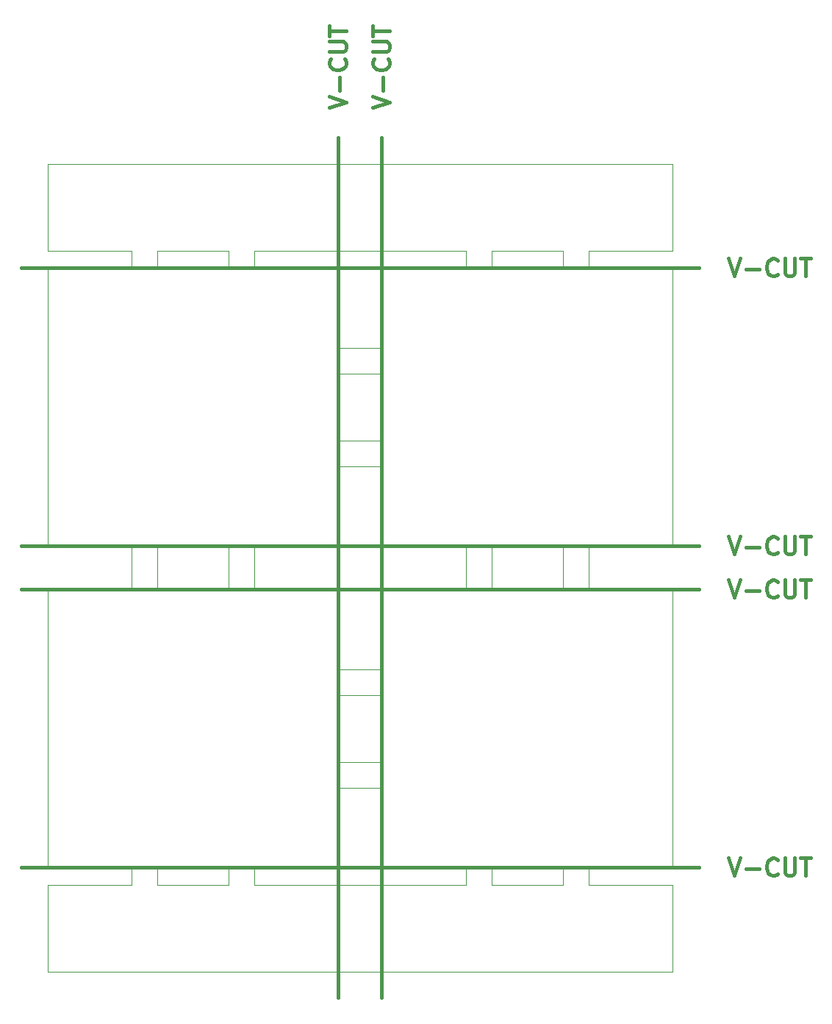
<source format=gm1>
G04 #@! TF.GenerationSoftware,KiCad,Pcbnew,6.0.4-6f826c9f35~116~ubuntu20.04.1*
G04 #@! TF.CreationDate,2022-04-01T21:21:36+11:00*
G04 #@! TF.ProjectId,panel,70616e65-6c2e-46b6-9963-61645f706362,rev?*
G04 #@! TF.SameCoordinates,Original*
G04 #@! TF.FileFunction,Profile,NP*
%FSLAX46Y46*%
G04 Gerber Fmt 4.6, Leading zero omitted, Abs format (unit mm)*
G04 Created by KiCad (PCBNEW 6.0.4-6f826c9f35~116~ubuntu20.04.1) date 2022-04-01 21:21:36*
%MOMM*%
%LPD*%
G01*
G04 APERTURE LIST*
G04 #@! TA.AperFunction,Profile*
%ADD10C,0.400000*%
G04 #@! TD*
G04 #@! TA.AperFunction,Profile*
%ADD11C,0.100000*%
G04 #@! TD*
%ADD12C,0.400000*%
G04 APERTURE END LIST*
D10*
X30249000Y-103000000D02*
X108251000Y-103000000D01*
X71750000Y-19002000D02*
X71750000Y-117998000D01*
X30249000Y-66000000D02*
X108251000Y-66000000D01*
X30249000Y-34000000D02*
X108251000Y-34000000D01*
X66750000Y-19002000D02*
X66750000Y-117998000D01*
X30249000Y-71000000D02*
X108251000Y-71000000D01*
D11*
X45917000Y-33999000D02*
X45917000Y-32002000D01*
X42917000Y-103001000D02*
X42917000Y-104998000D01*
X71749226Y-33999365D02*
X71749000Y-43167000D01*
X95583000Y-104998000D02*
X95583000Y-103001000D01*
X81417000Y-70999000D02*
X71749168Y-70999444D01*
X81417000Y-104998000D02*
X57083000Y-104998000D01*
X105251000Y-104998000D02*
X95583000Y-104998000D01*
X84417000Y-66001000D02*
X92583000Y-66001000D01*
X84417000Y-103001000D02*
X92583000Y-103001000D01*
X92583000Y-32002000D02*
X92583000Y-33999000D01*
X92583000Y-68500000D02*
X92583000Y-70999000D01*
X95583000Y-103001000D02*
X105250995Y-103000098D01*
X92583000Y-33999000D02*
X84417000Y-33999000D01*
X45917000Y-104998000D02*
X45917000Y-103001000D01*
X71749444Y-66000831D02*
X81417000Y-66001000D01*
X71749000Y-53833000D02*
X66751000Y-53833000D01*
X33249000Y-22002000D02*
X33249000Y-32002000D01*
X105251000Y-22002000D02*
X33249000Y-22002000D01*
X33249043Y-66000290D02*
X42917000Y-66001000D01*
X71749000Y-80167000D02*
X66751000Y-80167000D01*
X66751000Y-43167000D02*
X66750555Y-33999168D01*
X81417000Y-33999000D02*
X71749226Y-33999365D01*
X84417000Y-32002000D02*
X92583000Y-32002000D01*
X42917000Y-70999000D02*
X33249043Y-70999709D01*
X95583000Y-33999000D02*
X95583000Y-32002000D01*
X33249004Y-103000098D02*
X42917000Y-103001000D01*
X71749000Y-46167000D02*
X71749000Y-53833000D01*
X105250956Y-70999709D02*
X95583000Y-70999000D01*
X71749000Y-83167000D02*
X71749000Y-90833000D01*
X45917000Y-66001000D02*
X54083000Y-66001000D01*
X92583000Y-70999000D02*
X84417000Y-70999000D01*
X33249000Y-104998000D02*
X33249000Y-114998000D01*
X66751000Y-53833000D02*
X66751000Y-46167000D01*
X66751000Y-83167000D02*
X71749000Y-83167000D01*
X71749226Y-103000634D02*
X81417000Y-103001000D01*
X71749000Y-93833000D02*
X71749226Y-103000634D01*
X42917000Y-33999000D02*
X33249004Y-33999901D01*
X57083000Y-70999000D02*
X57083000Y-66001000D01*
X66750980Y-70999804D02*
X57083000Y-70999000D01*
X66751000Y-80167000D02*
X66750980Y-70999804D01*
X66751000Y-56833000D02*
X71749000Y-56833000D01*
X45917000Y-70999000D02*
X45917000Y-66001000D01*
X57083000Y-104998000D02*
X57083000Y-103001000D01*
X66750000Y-103001000D02*
X66751000Y-93833000D01*
X54083000Y-33999000D02*
X45917000Y-33999000D01*
X71749000Y-90833000D02*
X66751000Y-90833000D01*
X54083000Y-103001000D02*
X54083000Y-104998000D01*
X33249000Y-32002000D02*
X42917000Y-32002000D01*
X54083000Y-32002000D02*
X54083000Y-33999000D01*
X81417000Y-32002000D02*
X81417000Y-33999000D01*
X42917000Y-66001000D02*
X42917000Y-70999000D01*
X105250995Y-103000098D02*
X105250956Y-70999709D01*
X95583000Y-32002000D02*
X105251000Y-32002000D01*
X66750555Y-33999168D02*
X57083000Y-33999000D01*
X54083000Y-70999000D02*
X45917000Y-70999000D01*
X92583000Y-104998000D02*
X84417000Y-104998000D01*
X84417000Y-70999000D02*
X84417000Y-66001000D01*
X95583000Y-70999000D02*
X95583000Y-66001000D01*
X105251000Y-114998000D02*
X105251000Y-104998000D01*
X105250995Y-33999901D02*
X95583000Y-33999000D01*
X84417000Y-104998000D02*
X84417000Y-103001000D01*
X71749000Y-56833000D02*
X71749444Y-66000831D01*
X45917000Y-32002000D02*
X54083000Y-32002000D01*
X66751000Y-46167000D02*
X71749000Y-46167000D01*
X57083000Y-66001000D02*
X66750707Y-66000707D01*
X71749168Y-70999444D02*
X71749000Y-80167000D01*
X66751000Y-90833000D02*
X66751000Y-83167000D01*
X105251000Y-32002000D02*
X105251000Y-22002000D01*
X42917000Y-32002000D02*
X42917000Y-33999000D01*
X95583000Y-66001000D02*
X105250956Y-66000290D01*
X92583000Y-66001000D02*
X92583000Y-68500000D01*
X57083000Y-103001000D02*
X66750000Y-103001000D01*
X33249043Y-70999709D02*
X33249004Y-103000098D01*
X33249000Y-114998000D02*
X105251000Y-114998000D01*
X84417000Y-33999000D02*
X84417000Y-32002000D01*
X66750707Y-66000707D02*
X66751000Y-56833000D01*
X33249004Y-33999901D02*
X33249043Y-66000290D01*
X105250956Y-66000290D02*
X105250995Y-33999901D01*
X54083000Y-66001000D02*
X54083000Y-70999000D01*
X81417000Y-66001000D02*
X81417000Y-70999000D01*
X81417000Y-103001000D02*
X81417000Y-104998000D01*
X54083000Y-104998000D02*
X45917000Y-104998000D01*
X57083000Y-32002000D02*
X81417000Y-32002000D01*
X66751000Y-93833000D02*
X71749000Y-93833000D01*
X42917000Y-104998000D02*
X33249000Y-104998000D01*
X92583000Y-103001000D02*
X92583000Y-104998000D01*
X57083000Y-33999000D02*
X57083000Y-32002000D01*
X71749000Y-43167000D02*
X66751000Y-43167000D01*
X45917000Y-103001000D02*
X54083000Y-103001000D01*
D12*
X111701476Y-64904761D02*
X112368142Y-66904761D01*
X113034809Y-64904761D01*
X113701476Y-66142857D02*
X115225285Y-66142857D01*
X117320523Y-66714285D02*
X117225285Y-66809523D01*
X116939571Y-66904761D01*
X116749095Y-66904761D01*
X116463380Y-66809523D01*
X116272904Y-66619047D01*
X116177666Y-66428571D01*
X116082428Y-66047619D01*
X116082428Y-65761904D01*
X116177666Y-65380952D01*
X116272904Y-65190476D01*
X116463380Y-65000000D01*
X116749095Y-64904761D01*
X116939571Y-64904761D01*
X117225285Y-65000000D01*
X117320523Y-65095238D01*
X118177666Y-64904761D02*
X118177666Y-66523809D01*
X118272904Y-66714285D01*
X118368142Y-66809523D01*
X118558619Y-66904761D01*
X118939571Y-66904761D01*
X119130047Y-66809523D01*
X119225285Y-66714285D01*
X119320523Y-66523809D01*
X119320523Y-64904761D01*
X119987190Y-64904761D02*
X121130047Y-64904761D01*
X120558619Y-66904761D02*
X120558619Y-64904761D01*
X111701476Y-32904761D02*
X112368142Y-34904761D01*
X113034809Y-32904761D01*
X113701476Y-34142857D02*
X115225285Y-34142857D01*
X117320523Y-34714285D02*
X117225285Y-34809523D01*
X116939571Y-34904761D01*
X116749095Y-34904761D01*
X116463380Y-34809523D01*
X116272904Y-34619047D01*
X116177666Y-34428571D01*
X116082428Y-34047619D01*
X116082428Y-33761904D01*
X116177666Y-33380952D01*
X116272904Y-33190476D01*
X116463380Y-33000000D01*
X116749095Y-32904761D01*
X116939571Y-32904761D01*
X117225285Y-33000000D01*
X117320523Y-33095238D01*
X118177666Y-32904761D02*
X118177666Y-34523809D01*
X118272904Y-34714285D01*
X118368142Y-34809523D01*
X118558619Y-34904761D01*
X118939571Y-34904761D01*
X119130047Y-34809523D01*
X119225285Y-34714285D01*
X119320523Y-34523809D01*
X119320523Y-32904761D01*
X119987190Y-32904761D02*
X121130047Y-32904761D01*
X120558619Y-34904761D02*
X120558619Y-32904761D01*
X70654761Y-15551523D02*
X72654761Y-14884857D01*
X70654761Y-14218190D01*
X71892857Y-13551523D02*
X71892857Y-12027714D01*
X72464285Y-9932476D02*
X72559523Y-10027714D01*
X72654761Y-10313428D01*
X72654761Y-10503904D01*
X72559523Y-10789619D01*
X72369047Y-10980095D01*
X72178571Y-11075333D01*
X71797619Y-11170571D01*
X71511904Y-11170571D01*
X71130952Y-11075333D01*
X70940476Y-10980095D01*
X70750000Y-10789619D01*
X70654761Y-10503904D01*
X70654761Y-10313428D01*
X70750000Y-10027714D01*
X70845238Y-9932476D01*
X70654761Y-9075333D02*
X72273809Y-9075333D01*
X72464285Y-8980095D01*
X72559523Y-8884857D01*
X72654761Y-8694380D01*
X72654761Y-8313428D01*
X72559523Y-8122952D01*
X72464285Y-8027714D01*
X72273809Y-7932476D01*
X70654761Y-7932476D01*
X70654761Y-7265809D02*
X70654761Y-6122952D01*
X72654761Y-6694380D02*
X70654761Y-6694380D01*
X65654761Y-15551523D02*
X67654761Y-14884857D01*
X65654761Y-14218190D01*
X66892857Y-13551523D02*
X66892857Y-12027714D01*
X67464285Y-9932476D02*
X67559523Y-10027714D01*
X67654761Y-10313428D01*
X67654761Y-10503904D01*
X67559523Y-10789619D01*
X67369047Y-10980095D01*
X67178571Y-11075333D01*
X66797619Y-11170571D01*
X66511904Y-11170571D01*
X66130952Y-11075333D01*
X65940476Y-10980095D01*
X65750000Y-10789619D01*
X65654761Y-10503904D01*
X65654761Y-10313428D01*
X65750000Y-10027714D01*
X65845238Y-9932476D01*
X65654761Y-9075333D02*
X67273809Y-9075333D01*
X67464285Y-8980095D01*
X67559523Y-8884857D01*
X67654761Y-8694380D01*
X67654761Y-8313428D01*
X67559523Y-8122952D01*
X67464285Y-8027714D01*
X67273809Y-7932476D01*
X65654761Y-7932476D01*
X65654761Y-7265809D02*
X65654761Y-6122952D01*
X67654761Y-6694380D02*
X65654761Y-6694380D01*
X111701476Y-69904761D02*
X112368142Y-71904761D01*
X113034809Y-69904761D01*
X113701476Y-71142857D02*
X115225285Y-71142857D01*
X117320523Y-71714285D02*
X117225285Y-71809523D01*
X116939571Y-71904761D01*
X116749095Y-71904761D01*
X116463380Y-71809523D01*
X116272904Y-71619047D01*
X116177666Y-71428571D01*
X116082428Y-71047619D01*
X116082428Y-70761904D01*
X116177666Y-70380952D01*
X116272904Y-70190476D01*
X116463380Y-70000000D01*
X116749095Y-69904761D01*
X116939571Y-69904761D01*
X117225285Y-70000000D01*
X117320523Y-70095238D01*
X118177666Y-69904761D02*
X118177666Y-71523809D01*
X118272904Y-71714285D01*
X118368142Y-71809523D01*
X118558619Y-71904761D01*
X118939571Y-71904761D01*
X119130047Y-71809523D01*
X119225285Y-71714285D01*
X119320523Y-71523809D01*
X119320523Y-69904761D01*
X119987190Y-69904761D02*
X121130047Y-69904761D01*
X120558619Y-71904761D02*
X120558619Y-69904761D01*
X111701476Y-101904761D02*
X112368142Y-103904761D01*
X113034809Y-101904761D01*
X113701476Y-103142857D02*
X115225285Y-103142857D01*
X117320523Y-103714285D02*
X117225285Y-103809523D01*
X116939571Y-103904761D01*
X116749095Y-103904761D01*
X116463380Y-103809523D01*
X116272904Y-103619047D01*
X116177666Y-103428571D01*
X116082428Y-103047619D01*
X116082428Y-102761904D01*
X116177666Y-102380952D01*
X116272904Y-102190476D01*
X116463380Y-102000000D01*
X116749095Y-101904761D01*
X116939571Y-101904761D01*
X117225285Y-102000000D01*
X117320523Y-102095238D01*
X118177666Y-101904761D02*
X118177666Y-103523809D01*
X118272904Y-103714285D01*
X118368142Y-103809523D01*
X118558619Y-103904761D01*
X118939571Y-103904761D01*
X119130047Y-103809523D01*
X119225285Y-103714285D01*
X119320523Y-103523809D01*
X119320523Y-101904761D01*
X119987190Y-101904761D02*
X121130047Y-101904761D01*
X120558619Y-103904761D02*
X120558619Y-101904761D01*
M02*

</source>
